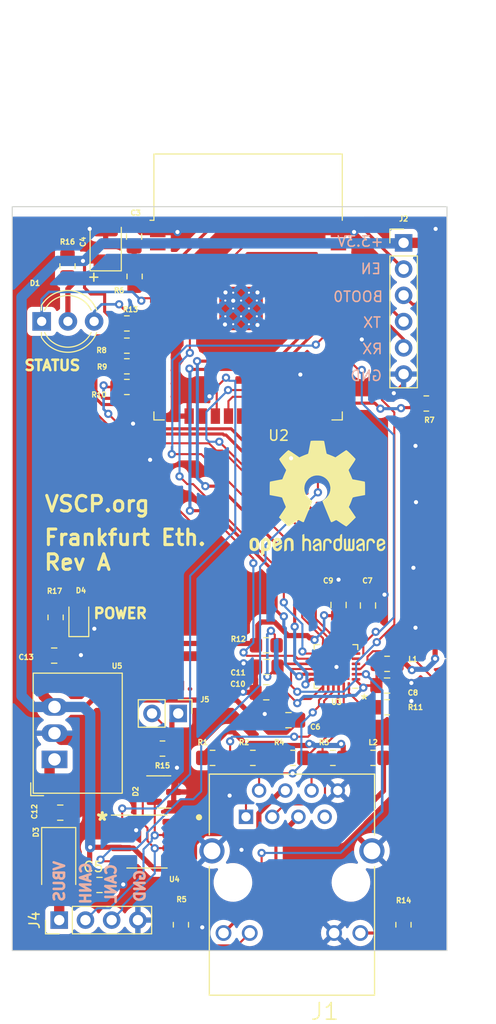
<source format=kicad_pcb>
(kicad_pcb (version 20221018) (generator pcbnew)
  (layers (0 "F.Cu" signal) (31 "B.Cu" signal) (34 "B.Paste" user) (35 "F.Paste" user) (36 "B.SilkS" user "B.Silkscreen") (37 "F.SilkS" user "F.Silkscreen") (38 "B.Mask" user) (39 "F.Mask" user) (44 "Edge.Cuts" user))
  (net 0 "")
  (net 1 "Net-(D3-K)")
  (net 2 "GND")
  (net 3 "+3V3")
  (net 4 "/PHY_RST")
  (net 5 "VBUS")
  (net 6 "/TX+")
  (net 7 "/TX-")
  (net 8 "/RX+")
  (net 9 "/RX-")
  (net 10 "Net-(J1-Pad10)")
  (net 11 "/PHY_L1")
  (net 12 "/PHY_L2")
  (net 13 "/EN")
  (net 14 "/BOOT0")
  (net 15 "/ETH_RXD0")
  (net 16 "Net-(U3-RXD0{slash}MODE0)")
  (net 17 "/ETH_RXD1")
  (net 18 "Net-(U3-RXD1{slash}MODE1)")
  (net 19 "/ETH_CRS_DV")
  (net 20 "Net-(U3-CRS_DV{slash}MODE2)")
  (net 21 "Net-(U3-RBIAS)")
  (net 22 "/PHY_INT")
  (net 25 "/LEDB")
  (net 37 "/PHY_RXER")
  (net 38 "/ETH_CLK")
  (net 40 "/ETH_MDIO")
  (net 41 "/ETH_TXD0")
  (net 43 "/ETH_TXEN")
  (net 44 "/RX")
  (net 45 "/TX")
  (net 46 "/ETH_TXD1")
  (net 47 "/ETH_MDC")
  (net 49 "Net-(J1-Pad12)")
  (net 50 "/CANL")
  (net 51 "/CANH")
  (net 52 "Net-(J5-Pin_1)")
  (net 53 "/txcan")
  (net 54 "/rxcan")
  (net 57 "Net-(U3-VDDCR)")
  (net 58 "Net-(U3-VDD1A)")
  (net 59 "/LEDA")
  (net 60 "Net-(D1-A)")
  (net 61 "Net-(D4-A)")
  (net 62 "Net-(J1-Pad4)")
  (footprint "Resistor_SMD:R_0805_2012Metric_Pad1.20x1.40mm_HandSolder" (layer "F.Cu") (at 131.885 119.5 -90)
    (fp_text reference "R14")
    (fp_text value "270" hide)
  )
  (footprint "LED_SMD:LED_0805_2012Metric_Pad1.15x1.40mm_HandSolder" (layer "F.Cu") (at 100.45 89.75 90)
    (fp_text reference "D4")
    (fp_text value "LED" hide)
  )
  (footprint "Resistor_SMD:R_0805_2012Metric_Pad1.20x1.40mm_HandSolder" (layer "F.Cu") (at 130.3 94.25 180)
    (fp_text reference "L1")
    (fp_text value "BLM18PG181SN1D" hide)
  )
  (footprint "Resistor_SMD:R_0805_2012Metric_Pad1.20x1.40mm_HandSolder" (layer "F.Cu") (at 130.3 98.45)
    (fp_text reference "R11")
    (fp_text value "12.1k" hide)
  )
  (footprint "Resistor_SMD:R_0805_2012Metric_Pad1.20x1.40mm_HandSolder" (layer "F.Cu") (at 105.1 65.45 180)
    (fp_text reference "R9")
    (fp_text value "10R" hide)
  )
  (footprint "Package_DFN_QFN:QFN-24-1EP_4x4mm_P0.5mm_EP2.6x2.6mm" (layer "F.Cu") (at 125.35 94.5 180)
    (fp_text reference "U3")
    (fp_text value "LAN8720A" hide)
  )
  (footprint "Capacitor_Tantalum_SMD:CP_EIA-3528-21_Kemet-B" (layer "F.Cu") (at 103.05 53.75 90)
    (fp_text reference "C4")
    (fp_text value "100u" hide)
  )
  (footprint "Capacitor_SMD:C_0805_2012Metric_Pad1.18x1.45mm_HandSolder" (layer "F.Cu") (at 98.0625 93.45)
    (fp_text reference "C13")
    (fp_text value "1uF" hide)
  )
  (footprint "Package_SO:SOIC-8_3.9x4.9mm_P1.27mm" (layer "F.Cu") (at 107.05 111.45)
    (fp_text reference "U4")
    (fp_text value "SN65HVD232" hide)
  )
  (footprint "RF_Module:ESP32-WROOM-32" (layer "F.Cu") (at 116.84 60.76)
    (fp_text reference "U2")
    (fp_text value "ESP32-WROOM-32")
  )
  (footprint "Capacitor_SMD:C_0805_2012Metric_Pad1.18x1.45mm_HandSolder" (layer "F.Cu") (at 130.3 96.35)
    (fp_text reference "C8")
    (fp_text value "100n" hide)
  )
  (footprint "Capacitor_SMD:C_0805_2012Metric_Pad1.18x1.45mm_HandSolder" (layer "F.Cu") (at 125.6 88.55 -90)
    (fp_text reference "C7")
    (fp_text value "100n" hide)
  )
  (footprint "Resistor_SMD:R_0805_2012Metric" (layer "F.Cu") (at 108.55 102.45 180)
    (fp_text reference "R15")
    (fp_text value "120R" hide)
  )
  (footprint "Resistor_SMD:R_0805_2012Metric_Pad1.20x1.40mm_HandSolder" (layer "F.Cu") (at 105.85 56.75 90)
    (fp_text reference "R6")
    (fp_text value "10k" hide)
  )
  (footprint "Package_TO_SOT_SMD:SOT-23" (layer "F.Cu") (at 108.7 106.65)
    (fp_text reference "D2")
    (fp_text value "NUP2105L" hide)
  )
  (footprint "Connector_PinHeader_2.54mm:PinHeader_1x04_P2.54mm_Vertical" (layer "F.Cu") (at 98.55 119.05 90)
    (fp_text reference "J4")
    (fp_text value "Conn_Left_I2C" hide)
  )
  (footprint "Resistor_SMD:R_0805_2012Metric_Pad1.20x1.40mm_HandSolder" (layer "F.Cu") (at 125.05 103.35)
    (fp_text reference "R3")
    (fp_text value "49R9" hide)
  )
  (footprint "Resistor_SMD:R_0805_2012Metric_Pad1.20x1.40mm_HandSolder" (layer "F.Cu") (at 110.335 119.5 -90)
    (fp_text reference "R5")
    (fp_text value "270" hide)
  )
  (footprint "Connector_PinHeader_2.54mm:PinHeader_1x06_P2.54mm_Vertical" (layer "F.Cu") (at 131.9 53.5)
    (fp_text reference "J2")
    (fp_text value "PROG")
  )
  (footprint "LED_THT:LED_D5.0mm-3" (layer "F.Cu") (at 96.85 61.1)
    (fp_text reference "D1")
    (fp_text value "LED_Dual_KAK" hide)
  )
  (footprint "Converter_DCDC:Converter_DCDC_RECOM_R-78B-2.0_THT" (layer "F.Cu") (at 98.0925 103.4975 90)
    (fp_text reference "U5")
    (fp_text value "R-78B3.3-1.0 (Recom)" hide)
  )
  (footprint "Resistor_SMD:R_0805_2012Metric_Pad1.20x1.40mm_HandSolder" (layer "F.Cu") (at 105.1 63.45 180)
    (fp_text reference "R8")
    (fp_text value "10R" hide)
  )
  (footprint "Diode_SMD:D_SMA" (layer "F.Cu") (at 98.5 113.6 -90)
    (fp_text reference "D3")
    (fp_text value "SS14" hide)
  )
  (footprint "Symbol:OSHW-Logo2_14.6x12mm_SilkScreen" (layer "F.Cu") (at 123.55 78.2)
    (fp_text reference "REF**" hide)
    (fp_text value "OSHW-Logo2_14.6x12mm_SilkScreen" hide)
  )
  (footprint "Capacitor_SMD:C_0805_2012Metric_Pad1.18x1.45mm_HandSolder" (layer "F.Cu") (at 105.8 52.9 90)
    (fp_text reference "C3")
    (fp_text value "10u" hide)
  )
  (footprint "Resistor_SMD:R_0805_2012Metric_Pad1.20x1.40mm_HandSolder" (layer "F.Cu") (at 99.35 55.75 90)
    (fp_text reference "R16")
    (fp_text value "10k" hide)
  )
  (footprint "Capacitor_SMD:C_0805_2012Metric_Pad1.18x1.45mm_HandSolder" (layer "F.Cu") (at 120.75 99.7)
    (fp_text reference "C6")
    (fp_text value "100n" hide)
  )
  (footprint "Resistor_SMD:R_0805_2012Metric_Pad1.20x1.40mm_HandSolder" (layer "F.Cu") (at 134.1 69.05)
    (fp_text reference "R7")
    (fp_text value "10k" hide)
  )
  (footprint "Resistor_SMD:R_0805_2012Metric_Pad1.20x1.40mm_HandSolder" (layer "F.Cu") (at 105.1 67.45 180)
    (fp_text reference "R10")
    (fp_text value "10R" hide)
  )
  (footprint "prjlocal:HANRUN_HR911105A" (layer "F.Cu") (at 121.085 115.4 180)
    (fp_text reference "J1")
    (fp_text value "HR911105A" hide)
  )
  (footprint "Resistor_SMD:R_0805_2012Metric_Pad1.20x1.40mm_HandSolder" (layer "F.Cu") (at 128.95 103.35)
    (fp_text reference "L2")
    (fp_text value "BLM18PG181SN1D" hide)
  )
  (footprint "Resistor_SMD:R_0805_2012Metric_Pad1.20x1.40mm_HandSolder" (layer "F.Cu") (at 113.4 103.35 180)
    (fp_text reference "R1")
    (fp_text value "49R9" hide)
  )
  (footprint "Resistor_SMD:R_0805_2012Metric_Pad1.20x1.40mm_HandSolder" (layer "F.Cu") (at 117.3 103.35 180)
    (fp_text reference "R2")
    (fp_text value "49R9" hide)
  )
  (footprint "Resistor_SMD:R_0805_2012Metric_Pad1.20x1.40mm_HandSolder" (layer "F.Cu") (at 98.2 89.75 -90)
    (fp_text reference "R17")
    (fp_text value "470R" hide)
  )
  (footprint "Capacitor_SMD:C_0805_2012Metric_Pad1.18x1.45mm_HandSolder" (layer "F.Cu") (at 98.65 108.65)
    (fp_text reference "C12")
    (fp_text value "10uF" hide)
  )
  (footprint "Capacitor_SMD:C_0805_2012Metric_Pad1.18x1.45mm_HandSolder" (layer "F.Cu") (at 118.6 97 180)
    (fp_text reference "C10")
    (fp_text value "100n" hide)
  )
  (footprint "Resistor_SMD:R_0805_2012Metric_Pad1.20x1.40mm_HandSolder" (layer "F.Cu") (at 121.2 103.35 180)
    (fp_text reference "R4")
    (fp_text value "49R9" hide)
  )
  (footprint "Capacitor_SMD:C_0805_2012Metric" (layer "F.Cu") (at 102.45 115.65)
    (fp_text reference "C5")
    (fp_text value "100nF" hide)
  )
  (footprint "Resistor_SMD:R_0805_2012Metric_Pad1.20x1.40mm_HandSolder" (layer "F.Cu") (at 105.1 61.3 180)
    (fp_text reference "R13")
    (fp_text value "10k" hide)
  )
  (footprint "Capacitor_SMD:C_0805_2012Metric_Pad1.18x1.45mm_HandSolder" (layer "F.Cu") (at 128.45 88.6 90)
    (fp_text reference "C9")
    (fp_text value "100n" hide)
  )
  (footprint "Resistor_SMD:R_0805_2012Metric_Pad1.20x1.40mm_HandSolder" (layer "F.Cu") (at 118.6 92.45)
    (fp_text reference "R12")
    (fp_text value "10k" hide)
  )
  (footprint "Capacitor_SMD:C_0805_2012Metric_Pad1.18x1.45mm_HandSolder" (layer "F.Cu") (at 118.65 94.55 180)
    (fp_text reference "C11")
    (fp_text value "100n" hide)
  )
  (footprint "Connector_PinHeader_2.54mm:PinHeader_1x02_P2.54mm_Vertical" (layer "F.Cu") (at 110.075 99.05 -90)
    (fp_text reference "J5")
    (fp_text value "Conn_01x02" hide)
  )
  (gr_rect (start 94 50) (end 136.1 122) (stroke (width 0.1)) (fill none) (layer "Edge.Cuts"))
  (gr_text "Term." (at 105.3 96.95) (layer "F.Cu") (effects (font (size 1.5 1.5) (thickness 0.3) bold) (justify left bottom)))
  (gr_text "GND" (at 106.95 114.05 90) (layer "B.SilkS") (effects (font (size 1 1) (thickness 0.25) bold) (justify left bottom mirror)))
  (gr_text "BOOT0" (at 130 59.3) (layer "B.SilkS") (effects (font (size 1 1)) (justify left bottom mirror)))
  (gr_text "EN" (at 129.8 56.6) (layer "B.SilkS") (effects (font (size 1 1)) (justify left bottom mirror)))
  (gr_text "+3.3V" (at 130.05 53.95) (layer "B.SilkS") (effects (font (size 1 1)) (justify left bottom mirror)))
  (gr_text "GND" (at 129.9 66.95) (layer "B.SilkS") (effects (font (size 1 1)) (justify left bottom mirror)))
  (gr_text "TX" (at 129.8 61.8) (layer "B.SilkS") (effects (font (size 1 1)) (justify left bottom mirror)))
  (gr_text "RX" (at 129.95 64.35) (layer "B.SilkS") (effects (font (size 1 1)) (justify left bottom mirror)))
  (gr_text "CANH" (at 101.7 113.35 90) (layer "B.SilkS") (effects (font (size 1 1) (thickness 0.25) bold) (justify left bottom mirror)))
  (gr_text "CANL" (at 104.15 113.5 90) (layer "B.SilkS") (effects (font (size 1 1) (thickness 0.25) bold) (justify left bottom mirror)))
  (gr_text "VBUS" (at 99.15 113.2 90) (layer "B.SilkS") (effects (font (size 1 1) (thickness 0.25) bold) (justify left bottom mirror)))
  (gr_text "*" (at 101.95 110.35) (layer "F.SilkS") (effects (font (size 1.5 1.5) (thickness 0.3) bold) (justify left bottom)))
  (gr_text "Frankfurt Eth." (at 96.95 82.9) (layer "F.SilkS") (effects (font (size 1.5 1.5) (thickness 0.3) bold) (justify left bottom)))
  (gr_text "VSCP.org\n" (at 97 79.65) (layer "F.SilkS") (effects (font (size 1.5 1.5) (thickness 0.3) bold) (justify left bottom)))
  (gr_text "STATUS" (at 95.05 65.95) (layer "F.SilkS") (effects (font (size 1 1) (thickness 0.25) bold) (justify left bottom)))
  (gr_text "POWER" (at 101.75 89.95) (layer "F.SilkS") (effects (font (size 1 1) (thickness 0.25) bold) (justify left bottom)))
  (gr_text "*" (at 128.1 97.75) (layer "F.SilkS") (effects (font (size 1 1))))
  (gr_text "+" (at 101.9 56.75) (layer "F.SilkS") (effects (font (size 1 1))))
  (gr_text "Rev A" (at 96.95 85.3) (layer "F.SilkS") (effects (font (size 1.5 1.5) (thickness 0.3) bold) (justify left bottom)))
  (segment (start 98.5 111.6) (end 97.6125 110.7125) (width 1) (layer "F.Cu") (net 1))
  (segment (start 97.6125 110.7125) (end 97.6125 108.65) (width 1) (layer "F.Cu") (net 1))
  (segment (start 97.6125 103.9775) (end 98.0925 103.4975) (width 1) (layer "F.Cu") (net 1))
  (segment (start 97.6125 108.65) (end 97.6125 103.9775) (width 1) (layer "F.Cu") (net 1))
  (segment (start 103.3 52.2125) (end 101.5625 52.2125) (width 0.5) (layer "F.Cu") (net 2))
  (segment (start 101.5625 52.2125) (end 101.5 52.15) (width 0.5) (layer "F.Cu") (net 2))
  (segment (start 111.125 70.015) (end 111.125 68.515) (width 0.5) (layer "F.Cu") (net 2))
  (segment (start 116.4 97) (end 116.35 96.95) (width 0.25) (layer "F.Cu") (net 2))
  (segment (start 100.4 101.6) (end 98.735 101.6) (width 1) (layer "F.Cu") (net 2))
  (segment (start 109.95 104.3) (end 109.95 106.3375) (width 0.25) (layer "F.Cu") (net 2))
  (segment (start 118.45 99.1) (end 119.1125 99.1) (width 0.5) (layer "F.Cu") (net 2))
  (segment (start 131.9 66.2) (end 131.9 67.1) (width 0.25) (layer "F.Cu") (net 2))
  (segment (start 131.3375 96.35) (end 132.4 96.35) (width 0.25) (layer "F.Cu") (net 2))
  (segment (start 119.1125 99.1) (end 119.7125 99.7) (width 0.5) (layer "F.Cu") (net 2))
  (segment (start 106.4475 52.51) (end 105.8 51.8625) (width 0.5) (layer "F.Cu") (net 2))
  (segment (start 106 110.35) (end 105.04 110.35) (width 0.25) (layer "F.Cu") (net 2))
  (segment (start 116.45 94.25) (end 116.4 94.2) (width 0.25) (layer "F.Cu") (net 2))
  (segment (start 130.05 87.55) (end 128.4625 87.55) (width 0.25) (layer "F.Cu") (net 2))
  (segment (start 109.95 106.3375) (end 109.6375 106.65) (width 0.25) (layer "F.Cu") (net 2))
  (segment (start 99.1 93.45) (end 100.6 93.45) (width 0.2) (layer "F.Cu") (net 2))
  (segment (start 104.7 115.65) (end 104.75 115.6) (width 0.5) (layer "F.Cu") (net 2))
  (segment (start 131.3 98.45) (end 132.05 98.45) (width 0.25) (layer "F.Cu") (net 2))
  (segment (start 103.4 115.65) (end 104.7 115.65) (width 0.5) (layer "F.Cu") (net 2))
  (segment (start 99.6875 108.65) (end 100.4 108.65) (width 1) (layer "F.Cu") (net 2))
  (segment (start 125.34 52.505) (end 127.045 52.505) (width 0.2) (layer "F.Cu") (net 2))
  (segment (start 111.125 68.515) (end 111.29 68.35) (width 0.5) (layer "F.Cu") (net 2))
  (segment (start 100.4 108.65) (end 100.4 101.6) (width 1) (layer "F.Cu") (net 2))
  (segment (start 105.04 110.35) (end 104.575 110.815) (width 0.25) (layer "F.Cu") (net 2))
  (segment (start 131.9 67.1) (end 130.95 68.05) (width 0.25) (layer "F.Cu") (net 2))
  (segment (start 117.825 97) (end 116.4 97) (width 0.25) (layer "F.Cu") (net 2))
  (segment (start 101.875 90.775) (end 101.95 90.85) (width 0.25) (layer "F.Cu") (net 2))
  (segment (start 125.6 87.5125) (end 125.6 86.1) (width 0.25) (layer "F.Cu") (net 2))
  (segment (start 117.85 94.25) (end 116.45 94.25) (width 0.25) (layer "F.Cu") (net 2))
  (segment (start 108.34 52.505) (end 109.945 52.505) (width 0.5) (layer "F.Cu") (net 2))
  (segment (start 98.735 101.6) (end 98.0925 100.9575) (width 1) (layer "F.Cu") (net 2))
  (segment (start 109.945 52.505) (end 110 52.45) (width 0.5) (layer "F.Cu") (net 2))
  (segment (start 127.045 52.505) (end 127.1 52.45) (width 0.2) (layer "F.Cu") (net 2))
  (segment (start 100.45 90.775) (end 101.875 90.775) (width 0.25) (layer "F.Cu") (net 2))
  (segment (start 100.6 93.45) (end 100.65 93.4) (width 0.2) (layer "F.Cu") (net 2))
  (segment (start 108.09 52.51) (end 106.4475 52.51) (width 0.5) (layer "F.Cu") (net 2))
  (segment (start 132.4 96.35) (end 132.65 96.1) (width 0.25) (layer "F.Cu") (net 2))
  (segment (start 128.4625 87.55) (end 128.45 87.5625) (width 0.25) (layer "F.Cu") (net 2))
  (segment (start 132.05 98.45) (end 132.65 97.85) (width 0.25) (layer "F.Cu") (net 2))
  (segment (start 111.29 68.35) (end 113.1 68.35) (width 0.5) (layer "F.Cu") (net 2))
  (via (at 127.1 52.45) (size 0.8) (drill 0.4) (layers "F.Cu" "B.Cu") (net 2))
  (via (at 116.4 94.2) (size 0.8) (drill 0.4) (layers "F.Cu" "B.Cu") (net 2))
  (via (at 117.75 61.45) (size 0.8) (drill 0.4) (layers "F.Cu" "B.Cu") (net 2))
  (via (at 133.1 78.6) (size 0.8) (drill 0.4) (layers "F.Cu" "B.Cu") (net 2))
  (via (at 125.6 86.1) (size 0.8) (drill 0.4) (layers "F.Cu" "B.Cu") (net 2))
  (via (at 110 52.45) (size 0.8) (drill 0.4) (layers "F.Cu" "B.Cu") (net 2))
  (via (at 115.05 107) (size 0.8) (drill 0.4) (layers "F.Cu" "B.Cu") (net 2))
  (via (at 132.65 96.1) (size 0.8) (drill 0.4) (layers "F.Cu" "B.Cu") (net 2))
  (via (at 121 74.35) (size 0.8) (drill 0.4) (layers "F.Cu" "B.Cu") (net 2))
  (via (at 135 52.15) (size 0.8) (drill 0.4) (layers "F.Cu" "B.Cu") (net 2))
  (via (at 127.85 62.85) (size 0.8) (drill 0.4) (layers "F.Cu" "B.Cu") (net 2))
  (via (at 114.6 61.4) (size 0.8) (drill 0.4) (layers "F.Cu" "B.Cu") (net 2))
  (via (at 107.35 74.5) (size 0.8) (drill 0.4) (layers "F.Cu" "B.Cu") (net 2))
  (via (at 106 110.35) (size 0.8) (drill 0.4) (layers "F.Cu" "B.Cu") (net 2))
  (via (at 121.9 66.25) (size 0.8) (drill 0.4) (layers "F.Cu" "B.Cu") (net 2))
  (via (at 115.4 59.1) (size 0.8) (drill 0.4) (layers "F.Cu" "B.Cu") (net 2))
  (via (at 132.65 97.85) (size 0.8) (drill 0.4) (layers "F.Cu" "B.Cu") (net 2))
  (via (at 116.2 112.25) (size 0.8) (drill 0.4) (layers "F.Cu" "B.Cu") (net 2))
  (via (at 104.75 115.6) (size 0.8) (drill 0.4) (layers "F.Cu" "B.Cu") (net 2))
  (via (at 116.35 96.95) (size 0.8) (drill 0.4) (layers "F.Cu" "B.Cu") (net 2))
  (via (at 118.45 99.1) (size 0.8) (drill 0.4) (layers "F.Cu" "B.Cu") (net 2))
  (via (at 133.05 73.15) (size 0.8) (drill 0.4) (layers "F.Cu" "B.Cu") (net 2))
  (via (at 112.4 119.75) (size 0.8) (drill 0.4) (layers "F.Cu" "B.Cu") (net 2))
  (via (at 125.4 94.55) (size 0.8) (drill 0.4) (layers "F.Cu" "B.Cu") (net 2))
  (via (at 101.5 52.15) (size 0.8) (drill 0.4) (layers "F.Cu" "B.Cu") (net 2))
  (via (at 109.95 104.3) (size 0.8) (drill 0.4) (layers "F.Cu" "B.Cu") (net 2))
  (via (at 133.05 90.75) (size 0.8) (drill 0.4) (layers "F.Cu" "B.Cu") (net 2))
  (via (at 100.65 93.4) (size 0.8) (drill 0.4) (layers "F.Cu" "B.Cu") (net 2))
  (via (at 101.95 90.85) (size 0.8) (drill 0.4) (layers "F.Cu" "B.Cu") (net 2))
  (via (at 113.1 68.35) (size 0.8) (drill 0.4) (layers "F.Cu" "B.Cu") (net 2))
  (via (at 117.75 58.3) (size 0.8) (drill 0.4) (layers "F.Cu" "B.Cu") (net 2))
  (via (at 114.65 58.3) (size 0.8) (drill 0.4) (layers "F.Cu" "B.Cu") (net 2))
  (via (at 130.95 68.05) (size 0.8) (drill 0.4) (layers "F.Cu" "B.Cu") (net 2))
  (via (at 105.7 71) (size 0.8) (drill 0.4) (layers "F.Cu" "B.Cu") (net 2))
  (via (at 132.85 84.95) (size 0.8) (drill 0.4) (layers "F.Cu" "B.Cu") (net 2))
  (via (at 130.05 87.55) (size 0.8) (drill 0.4) (layers "F.Cu" "B.Cu") (net 2))
  (segment (start 100.65 93.4) (end 100.6 93.4) (width 0.2) (layer "B.Cu") (net 2))
  (segment (start 100.975 55.225) (end 101 55.25) (width 0.25) (layer "F.Cu") (net 3))
  (segment (start 117.885 110.9) (end 117.662989 110.677989) (width 0.5) (layer "F.Cu") (net 3))
  (segment (start 111.65 113.053528) (end 111.65 111.674727) (width 0.5) (layer "F.Cu") (net 3))
  (segment (start 101 57.85) (end 101.6 58.45) (width 0.3) (layer "F.Cu") (net 3))
  (segment (start 101.6 58.45) (end 102.95 58.45) (width 0.3) (layer "F.Cu") (net 3))
  (segment (start 131.3 94.25) (end 132.1 94.25) (width 0.5) (layer "F.Cu") (net 3))
  (segment (start 117.662989 110.677989) (end 114.662989 110.677989) (width 0.5) (layer "F.Cu") (net 3))
  (segment (start 134.925 69.05) (end 134.925 92.2) (width 1) (layer "F.Cu") (net 3))
  (segment (start 119.635 110.9) (end 119.535 110.9) (width 0.5) (layer "F.Cu") (net 3))
  (segment (start 132.1 94.25) (end 132.7 94.85) (width 0.5) (layer "F.Cu") (net 3))
  (segment (start 103.05 55.2875) (end 105.3875 55.2875) (width 0.5) (layer "F.Cu") (net 3))
  (segment (start 101.55 112) (end 104.49 112) (width 0.5) (layer "F.Cu") (net 3))
  (segment (start 101.0825 98.4175) (end 101.75 97.75) (width 0.5) (layer "F.Cu") (net 3))
  (segment (start 101.75 97.75) (end 115.697918 97.75) (width 0.5) (layer "F.Cu") (net 3))
  (segment (start 119.402082 90.2) (end 118.1 90.2) (width 0.5) (layer "F.Cu") (net 3))
  (segment (start 102.95 58.45) (end 102.95 60.15) (width 0.3) (layer "F.Cu") (net 3))
  (segment (start 125.6 92.5625) (end 125.6 89.5875) (width 0.3) (layer "F.Cu") (net 3))
  (segment (start 98.2 90.75) (end 98.2 92.275) (width 0.5) (layer "F.Cu") (net 3))
  (segment (start 107.755 114.105) (end 110.598528 114.105) (width 0.5) (layer "F.Cu") (net 3))
  (segment (start 134.925 69.05) (end 134.925 54.725) (width 1) (layer "F.Cu") (net 3))
  (segment (start 134.95 92.225) (end 134.925 92.2) (width 0.5) (layer "F.Cu") (net 3))
  (segment (start 125.635 110.9) (end 127.385 109.15) (width 0.5) (layer "F.Cu") (net 3))
  (segment (start 122.577711 91.513328) (end 122.801572 91.73719) (width 0.5) (layer "F.Cu") (net 3))
  (segment (start 105.9575 53.78) (end 105.8 53.9375) (width 0.5) (layer "F.Cu") (net 3))
  (segment (start 133.7 53.5) (end 131.9 53.5) (width 1) (layer "F.Cu") (net 3))
  (segment (start 104.575 112.085) (end 105.735 112.085) (width 0.5) (layer "F.Cu") (net 3))
  (segment (start 105.8 53.9375) (end 105.8 55.7) (width 0.5) (layer "F.Cu") (net 3))
  (segment (start 115.697918 97.75) (end 118.822918 100.875) (width 0.5) (layer "F.Cu") (net 3))
  (segment (start 125.6 89.5875) (end 124.2375 89.5875) (width 0.3) (layer "F.Cu") (net 3))
  (segment (start 134.925 54.725) (end 133.7 53.5) (width 1) (layer "F.Cu") (net 3))
  (segment (start 101 55.25) (end 99.6 55.25) (width 0.5) (layer "F.Cu") (net 3))
  (segment (start 98.2 92.275) (end 97.025 93.45) (width 0.5) (layer "F.Cu") (net 3))
  (segment (start 117.885 110.9) (end 117.885 108.715068) (width 0.5) (layer "F.Cu") (net 3))
  (segment (start 108.09 53.78) (end 105.9575 53.78) (width 0.5) (layer "F.Cu") (net 3))
  (segment (start 101.5 115.65) (end 101.5 112.05) (width 0.5) (layer "F.Cu") (net 3))
  (segment (start 123.076176 91.73719) (end 123.27347 91.934484) (width 0.5) (layer "F.Cu") (net 3))
  (segment (start 120.090068 106.51) (end 120.445 106.51) (width 0.5) (layer "F.Cu") (net 3))
  (segment (start 122.577711 91.513328) (end 120.71541 91.513328) (width 0.5) (layer "F.Cu") (net 3))
  (segment (start 122.801572 91.73719) (end 123.076176 91.73719) (width 0.5) (layer "F.Cu") (net 3))
  (segment (start 127.385 109.115) (end 129.95 106.55) (width 0.5) (layer "F.Cu") (net 3))
  (segment (start 120.71541 91.513328) (end 119.402082 90.2) (width 0.5) (layer "F.Cu") (net 3))
  (segment (start 117.885 108.715068) (end 120.090068 106.51) (width 0.5) (layer "F.Cu") (net 3))
  (segment (start 119.535 115.225) (end 119.535 110.9) (width 0.3) (layer "F.Cu") (net 3))
  (segment (start 111.65 111.674727) (end 112.646738 110.677989) (width 0.5) (layer "F.Cu") (net 3))
  (segment (start 101.5 112.05) (end 101.55 112) (width 0.2) (layer "F.Cu") (net 3))
  (segment (start 119.635 110.9) (end 125.635 110.9) (width 0.5) (layer "F.Cu") (net 3))
  (segment (start 119.535 110.9) (end 117.885 110.9) (width 0.5) (layer "F.Cu") (net 3))
  (segment (start 97.025 93.45) (end 97.025 97.35) (width 1) (layer "F.Cu") (net 3))
  (segment (start 105.8 55.7) (end 105.85 55.75) (width 0.5) (layer "F.Cu") (net 3))
  (segment (start 105.3875 55.2875) (end 105.85 55.75) (width 0.5) (layer "F.Cu") (net 3))
  (segment (start 113.75 110.677989) (end 114.9 110.677989) (width 0.5) (layer "F.Cu") (net 3))
  (segment (start 129.95 106.55) (end 129.95 103.35) (width 0.5) (layer "F.Cu") (net 3))
  (segment (start 134.95 93.75) (end 134.95 92.225) (width 0.5) (layer "F.Cu") (net 3))
  (segment (start 117.6 92.275) (end 98.2 92.275) (width 0.5) (layer "F.Cu") (net 3))
  (segment (start 97.025 97.35) (end 98.0925 98.4175) (width 1) (layer "F.Cu") (net 3))
  (segment (start 112.646738 110.677989) (end 113.75 110.677989) (width 0.5) (layer "F.Cu") (net 3))
  (segment (start 102.95 60.15) (end 104.1 61.3) (width 0.3) (layer "F.Cu") (net 3))
  (segment (start 114.46 120.3) (end 119.535 115.225) (width 0.3) (layer "F.Cu") (net 3))
  (segment (start 105.735 112.085) (end 107.755 114.105) (width 0.5) (layer "F.Cu") (net 3))
  (segment (start 110.598528 114.105) (end 111.65 113.053528) (width 0.5) (layer "F.Cu") (net 3))
  (segment (start 117.775 92.45) (end 117.6 92.275) (width 0.5) (layer "F.Cu") (net 3))
  (segment (start 118.1 90.2) (end 117.775 90.525) (width 0.5) (layer "F.Cu") (net 3))
  (segment (start 101 55.25) (end 103.2625 55.25) (width 0.5) (layer "F.Cu") (net 3))
  (segment (start 101 55.25) (end 101 57.85) (width 0.3) (layer "F.Cu") (net 3))
  (segment (start 118.822918 100.875) (end 120.522918 100.875) (width 0.5) (layer "F.Cu") (net 3))
  (segment (start 119.865 110.9) (end 119.635 110.9) (width 0.5) (layer "F.Cu") (net 3))
  (segment (start 99.6 55.25) (end 99.4 55.05) (width 0.25) (layer "F.Cu") (net 3))
  (segment (start 127.385 109.15) (end 127.385 109.115) (width 0.5) (layer "F.Cu") (net 3))
  (segment (start 98.0925 98.4175) (end 101.0825 98.4175) (width 0.5) (layer "F.Cu") (net 3))
  (segment (start 121.697918 99.7) (end 120.522918 100.875) (width 0.5) (layer "F.Cu") (net 3))
  (segment (start 117.775 90.525) (end 117.775 92.45) (width 0.5) (layer "F.Cu") (net 3))
  (segment (start 121.715 109.05) (end 119.865 110.9) (width 0.5) (layer "F.Cu") (net 3))
  (via (at 124.2 89.55) (size 0.8) (drill 0.4) (layers "F.Cu" "B.Cu") (net 3))
  (via (at 123.27347 91.934484) (size 0.8) (drill 0.4) (layers "F.Cu" "B.Cu") (net 3))
  (via (at 101.55 112) (size 0.8) (drill 0.4) (layers "F.Cu" "B.Cu") (net 3))
  (via (at 100.85 55.25) (size 0.8) (drill 0.4) (layers "F.Cu" "B.Cu") (net 3))
  (via (at 132.7 94.85) (size 0.8) (drill 0.4) (layers "F.Cu" "B.Cu") (net 3))
  (via (at 134.95 93.75) (size 0.8) (drill 0.4) (layers "F.Cu" "B.Cu") (net 3))
  (segment (start 94.9 97.35) (end 95.9675 98.4175) (width 1) (layer "B.Cu") (net 3))
  (segment (start 134.126551 94.773449) (end 132.776551 94.773449) (width 0.5) (layer "B.Cu") (net 3))
  (segment (start 134.95 93.95) (end 134.95 93.75) (width 0.5) (layer "B.Cu") (net 3))
  (segment (start 132.776551 94.773449) (end 132.7 94.85) (width 0.5) (layer "B.Cu") (net 3))
  (segment (start 124.2 91.007954) (end 123.27347 91.934484) (width 0.25) (layer "B.Cu") (net 3))
  (segment (start 98.0925 98.4175) (end 100.8675 98.4175) (width 1) (layer "B.Cu") (net 3))
  (segment (start 101.55 99.1) (end 101.55 112) (width 1) (layer "B.Cu") (net 3))
  (segment (start 131.85 53.55) (end 102.7 53.55) (width 1) (layer "B.Cu") (net 3))
  (segment (start 124.2 91.007954) (end 124.2 89.55) (width 0.25) (layer "B.Cu") (net 3))
  (segment (start 98.4 55.25) (end 94.9 58.75) (width 1) (layer "B.Cu") (net 3))
  (segment (start 94.9 58.75) (end 94.9 97.35) (width 1) (layer "B.Cu") (net 3))
  (segment (start 134.126551 94.773449) (end 134.95 93.95) (width 0.5) (layer "B.Cu") (net 3))
  (segment (start 101 55.25) (end 98.4 55.25) (width 1) (layer "B.Cu") (net 3))
  (segment (start 100.8675 98.4175) (end 101.55 99.1) (width 1) (layer "B.Cu") (net 3))
  (segment (start 102.7 53.55) (end 101 55.25) (width 1) (layer "B.Cu") (net 3))
  (segment (start 131.9 53.5) (end 131.85 53.55) (width 1) (layer "B.Cu") (net 3))
  (segment (start 95.9675 98.4175) (end 98.0925 98.4175) (width 1) (layer "B.Cu") (net 3))
  (segment (start 119.9875 94.25) (end 119.6875 94.55) (width 0.25) (layer "F.Cu") (net 4))
  (segment (start 118.7375 95.5) (end 119.6875 94.55) (width 0.25) (layer "F.Cu") (net 4))
  (segment (start 119.425 92.45) (end 119.425 91.425) (width 0.2) (layer "F.Cu") (net 4))
  (segment (start 118.7 95.5) (end 118.7375 95.5) (width 0.25) (layer "F.Cu") (net 4))
  (segment (start 119.425 91.425) (end 119.05 91.05) (width 0.2) (layer "F.Cu") (net 4))
  (segment (start 123.4125 94.25) (end 119.9875 94.25) (width 0.25) (layer "F.Cu") (net 4))
  (via (at 118.7 95.5) (size 0.8) (drill 0.4) (layers "F.Cu" "B.Cu") (net 4))
  (via (at 119.05 91.05) (size 0.8) (drill 0.4) (layers "F.Cu" "B.Cu") (net 4))
  (segment (start 119.05 91.05) (end 118.7 91.4) (width 0.25) (layer "B.Cu") (net 4))
  (segment (start 118.7 91.4) (end 118.7 95.5) (width 0.25) (layer "B.Cu") (net 4))
  (segment (start 98.55 115.65) (end 98.55 119.05) (width 1) (layer "F.Cu") (net 5))
  (segment (start 98.5 115.6) (end 98.55 115.65) (width 0.25) (layer "F.Cu") (net 5))
  (segment (start 116.635 106.828199) (end 114.4 104.5932) (width 0.2) (layer "F.Cu") (net 6))
  (segment (start 114.4 104.5932) (end 114.4 103.35) (width 0.2) (layer "F.Cu") (net 6))
  (segment (start 116.635 109.05) (end 116.635 106.828199) (width 0.2) (layer "F.Cu") (net 6))
  (segment (start 124.2 99.75) (end 122.65 101.3) (width 0.2) (layer "F.Cu") (net 6))
  (segment (start 115.1 101.75) (end 115.1 102.65) (width 0.2) (layer "F.Cu") (net 6))
  (segment (start 122.65 101.3) (end 121 101.3) (width 0.2) (layer "F.Cu") (net 6))
  (segment (start 115.1 102.65) (end 114.4 103.35) (width 0.2) (layer "F.Cu") (net 6))
  (segment (start 125.1 96.9318) (end 125.1 96.4375) (width 0.2) (layer "F.Cu") (net 6))
  (segment (start 124.2 97.8318) (end 124.2 99.75) (width 0.2) (layer "F.Cu") (net 6))
  (segment (start 124.2 97.8318) (end 125.1 96.9318) (width 0.2) (layer "F.Cu") (net 6))
  (via (at 115.1 101.75) (size 0.8) (drill 0.4) (layers "F.Cu" "B.Cu") (net 6))
  (via (at 121.3 101.3) (size 0.8) (drill 0.4) (layers "F.Cu" "B.Cu") (net 6))
  (segment (start 115.3 101.3) (end 121 101.3) (width 0.2) (layer "B.Cu") (net 6))
  (segment (start 115.3 101.3) (end 115.05 101.55) (width 0.2) (layer "B.Cu") (net 6))
  (segment (start 124.6 96.862011) (end 123.706005 97.756005) (width 0.2) (layer "F.Cu") (net 7))
  (segment (start 119.8 104.85) (end 121.15 104.85) (width 0.2) (layer "F.Cu") (net 7))
  (segment (start 118.3 103.35) (end 119.8 104.85) (width 0.2) (layer "F.Cu") (net 7))
  (segment (start 117.905 106.51) (end 117.905 103.745) (width 0.2) (layer "F.Cu") (net 7))
  (segment (start 123.706005 98.343995) (end 123.1 98.95) (width 0.2) (layer "F.Cu") (net 7))
  (segment (start 123.706005 97.756005) (end 123.706005 98.343995) (width 0.2) (layer "F.Cu") (net 7))
  (segment (start 124.6 96.4375) (end 124.6 96.862011) (width 0.2) (layer "F.Cu") (net 7))
  (segment (start 117.905 103.745) (end 118.3 103.35) (width 0.2) (layer "F.Cu") (net 7))
  (via (at 123.1 98.95) (size 0.8) (drill 0.4) (layers "F.Cu" "B.Cu") (net 7))
  (via (at 121.15 104.85) (size 0.8) (drill 0.4) (layers "F.Cu" "B.Cu") (net 7))
  (segment (start 121.15 104.85) (end 122 104) (width 0.2) (layer "B.Cu") (net 7))
  (segment (start 122 104) (end 122 100.05) (width 0.2) (layer "B.Cu") (net 7))
  (segment (start 122 100.05) (end 123.1 98.95) (width 0.2) (layer "B.Cu") (net 7))
  (segment (start 124.285 103.585) (end 124.05 103.35) (width 0.2) (layer "F.Cu") (net 8))
  (segment (start 123.685 107.85) (end 124.285 107.25) (width 0.2) (layer "F.Cu") (net 8))
  (segment (start 124.285 107.25) (end 124.285 103.585) (width 0.2) (layer "F.Cu") (net 8))
  (segment (start 124.05 102.35) (end 124.05 103.35) (width 0.2) (layer "F.Cu") (net 8))
  (segment (start 119.175 109.05) (end 120.375 107.85) (width 0.2) (layer "F.Cu") (net 8))
  (segment (start 120.375 107.85) (end 123.685 107.85) (width 0.2) (layer "F.Cu") (net 8))
  (segment (start 126.1 100.3) (end 124.05 102.35) (width 0.2) (layer "F.Cu") (net 8))
  (segment (start 126.1 96.4375) (end 126.1 100.3) (width 0.2) (layer "F.Cu") (net 8))
  (segment (start 124.325 103.4) (end 124.275 103.35) (width 0.5) (layer "F.Cu") (net 8))
  (segment (start 125.624999 97.35) (end 125.624999 97.493199) (width 0.2) (layer "F.Cu") (net 9))
  (segment (start 125.5125 100.23243) (end 125.5125 97.462499) (width 0.2) (layer "F.Cu") (net 9))
  (segment (start 122.2 103.35) (end 122.39493 103.35) (width 0.2) (layer "F.Cu") (net 9))
  (segment (start 125.6 96.4375) (end 125.624999 96.462499) (width 0.2) (layer "F.Cu") (net 9))
  (segment (start 125.624999 96.462499) (end 125.624999 97.35) (width 0.2) (layer "F.Cu") (net 9))
  (segment (start 122.985 104.135) (end 122.2 103.35) (width 0.2) (layer "F.Cu") (net 9))
  (segment (start 122.985 106.51) (end 122.985 104.135) (width 0.2) (layer "F.Cu") (net 9))
  (segment (start 125.5125 97.462499) (end 125.624999 97.35) (width 0.2) (layer "F.Cu") (net 9))
  (segment (start 122.39493 103.35) (end 125.5125 100.23243) (width 0.2) (layer "F.Cu") (net 9))
  (segment (start 110.335 120.325) (end 111.51 121.5) (width 0.2) (layer "F.Cu") (net 10))
  (segment (start 111.51 121.5) (end 115.8 121.5) (width 0.2) (layer "F.Cu") (net 10))
  (segment (start 115.8 121.5) (end 117 120.3) (width 0.2) (layer "F.Cu") (net 10))
  (segment (start 127.2875 94.75) (end 127.711973 94.75) (width 0.2) (layer "F.Cu") (net 11))
  (segment (start 127.711973 94.75) (end 128.39952 94.062453) (width 0.2) (layer "F.Cu") (net 11))
  (segment (start 135.085 117.665) (end 134.25 118.5) (width 0.2) (layer "F.Cu") (net 11))
  (segment (start 132.141166 93.02548) (end 135.085 95.969314) (width 0.2) (layer "F.Cu") (net 11))
  (segment (start 128.92452 93.02548) (end 132.141166 93.02548) (width 0.2) (layer "F.Cu") (net 11))
  (segment (start 128.39952 94.062453) (end 128.39952 93.55048) (width 0.2) (layer "F.Cu") (net 11))
  (segment (start 131.885 118.5) (end 134.25 118.5) (width 0.2) (layer "F.Cu") (net 11))
  (segment (start 128.39952 93.55048) (end 128.92452 93.02548) (width 0.2) (layer "F.Cu") (net 11))
  (segment (start 135.085 95.969314) (end 135.085 117.665) (width 0.2) (layer "F.Cu") (net 11))
  (segment (start 115.100204 118.675) (end 118.15 115.625204) (width 0.2) (layer "F.Cu") (net 12))
  (segment (start 110.335 118.675) (end 115.100204 118.675) (width 0.2) (layer "F.Cu") (net 12))
  (segment (start 118.15 115.625204) (end 118.15 112.55) (width 0.2) (layer "F.Cu") (net 12))
  (segment (start 127.2875 95.25) (end 128.25 95.25) (width 0.25) (layer "F.Cu") (net 12))
  (via (at 128.25 95.25) (size 0.8) (drill 0.4) (layers "F.Cu" "B.Cu") (net 12))
  (via (at 118.15 112.55) (size 0.8) (drill 0.4) (layers "F.Cu" "B.Cu") (net 12))
  (segment (start 118.15 112.55) (end 125.8 112.55) (width 0.2) (layer "B.Cu") (net 12))
  (segment (start 129.825 96.825) (end 129.825 108.525) (width 0.25) (layer "B.Cu") (net 12))
  (segment (start 128.25 95.25) (end 129.825 96.825) (width 0.25) (layer "B.Cu") (net 12))
  (segment (start 125.8 112.55) (end 126.3 112.05) (width 0.2) (layer "B.Cu") (net 12))
  (segment (start 129.825 108.525) (end 126.3 112.05) (width 0.25) (layer "B.Cu") (net 12))
  (segment (start 107.63 55.045) (end 108.34 55.045) (width 0.3) (layer "F.Cu") (net 13))
  (segment (start 106.85 56.75) (end 105.85 57.75) (width 0.2) (layer "F.Cu") (net 13))
  (segment (start 113.5 51.75) (end 123.990489 51.75) (width 0.3) (layer "F.Cu") (net 13))
  (segment (start 108.34 55.045) (end 110.205 55.045) (width 0.3) (layer "F.Cu") (net 13))
  (segment (start 106.85 55.76) (end 106.85 56.75) (width 0.2) (layer "F.Cu") (net 13))
  (segment (start 123.990489 51.75) (end 124.090489 51.65) (width 0.3) (layer "F.Cu") (net 13))
  (segment (start 108.09 55.05) (end 107.56 55.05) (width 0.2) (layer "F.Cu") (net 13))
  (segment (start 107.56 55.05) (end 106.85 55.76) (width 0.2) (layer "F.Cu") (net 13))
  (segment (start 127.51 51.65) (end 131.9 56.04) (width 0.3) (layer "F.Cu") (net 13))
  (segment (start 124.090489 51.65) (end 127.51 51.65) (width 0.3) (layer "F.Cu") (net 13))
  (segment (start 110.205 55.045) (end 113.5 51.75) (width 0.3) (layer "F.Cu") (net 13))
  (segment (start 133.9 66) (end 133.9 60.05) (width 0.3) (layer "F.Cu") (net 14))
  (segment (start 132.77 59.45) (end 131.9 58.58) (width 0.3) (layer "F.Cu") (net 14))
  (segment (start 133.9 68.425) (end 133.275 69.05) (width 0.3) (layer "F.Cu") (net 14))
  (segment (start 129.115 69.015) (end 129.65 69.55) (width 0.3) (layer "F.Cu") (net 14))
  (segment (start 133.9 68.45) (end 133.9 65.0575) (width 0.3) (layer "F.Cu") (net 14))
  (segment (start 132.875 69.45) (end 133.275 69.05) (width 0.3) (layer "F.Cu") (net 14))
  (segment (start 133.9 65.4) (end 133.9 68.425) (width 0.3) (layer "F.Cu") (net 14))
  (segment (start 133.3 59.45) (end 132.77 59.45) (width 0.3) (layer "F.Cu") (net 14))
  (segment (start 125.34 69.015) (end 129.065 69.015) (width 0.3) (layer "F.Cu") (net 14))
  (segment (start 133.9 60.05) (end 133.3 59.45) (width 0.3) (layer "F.Cu") (net 14))
  (segment (start 129.065 69.015) (end 129.115 69.015) (width 0.3) (layer "F.Cu") (net 14))
  (segment (start 132 69.45) (end 132.875 69.45) (width 0.3) (layer "F.Cu") (net 14))
  (via (at 129.65 69.55) (size 0.8) (drill 0.4) (layers "F.Cu" "B.Cu") (net 14))
  (via (at 131.65 69.5) (size 0.8) (drill 0.4) (layers "F.Cu" "B.Cu") (net 14))
  (segment (start 129.65 69.55) (end 131.9 69.55) (width 0.3) (layer "B.Cu") (net 14))
  (segment (start 106.55 63.935) (end 106.225 63.61) (width 0.3) (layer "F.Cu") (net 15))
  (segment (start 108.09 63.94) (end 106.59 63.94) (width 0.25) (layer "F.Cu") (net 15))
  (segment (start 106.59 63.94) (end 106.1 63.45) (width 0.25) (layer "F.Cu") (net 15))
  (segment (start 123.825 81.225) (end 114.7 72.1) (width 0.3) (layer "F.Cu") (net 16))
  (segment (start 108.136348 71.763652) (end 105.6 69.227304) (width 0.3) (layer "F.Cu") (net 16))
  (segment (start 103.94 63.61) (end 104.1 63.45) (width 0.3) (layer "F.Cu") (net 16))
  (segment (start 126.1 91.712493) (end 126.675 91.137493) (width 0.3) (layer "F.Cu") (net 16))
  (segment (start 101.6 68.05) (end 101.6 64.7) (width 0.3) (layer "F.Cu") (net 16))
  (segment (start 123.85 87.5) (end 123.85 81.25) (width 0.3) (layer "F.Cu") (net 16))
  (segment (start 101.6 64.7) (end 102.69 63.61) (width 0.3) (layer "F.Cu") (net 16))
  (segment (start 108.372696 72) (end 108.136348 71.763652) (width 0.3) (layer "F.Cu") (net 16))
  (segment (start 126.1 92.5625) (end 126.1 91.712493) (width 0.3) (layer "F.Cu") (net 16))
  (segment (start 126.675 89.001472) (end 126.123528 88.45) (width 0.3) (layer "F.Cu") (net 16))
  (segment (start 114.7 72.1) (end 114.5 72.1) (width 0.3) (layer "F.Cu") (net 16))
  (segment (start 105.6 69.15) (end 102.7 69.15) (width 0.3) (layer "F.Cu") (net 16))
  (segment (start 126.123528 88.45) (end 124.8 88.45) (width 0.3) (layer "F.Cu") (net 16))
  (segment (start 108.136348 71.763652) (end 108.472696 72.1) (width 0.3) (layer "F.Cu") (net 16))
  (segment (start 123.85 81.25) (end 123.825 81.225) (width 0.3) (layer "F.Cu") (net 16))
  (segment (start 114.4 72) (end 108.372696 72) (width 0.3) (layer "F.Cu") (net 16))
  (segment (start 124.8 88.45) (end 123.85 87.5) (width 0.3) (layer "F.Cu") (net 16))
  (segment (start 114.5 72.1) (end 114.4 72) (width 0.3) (layer "F.Cu") (net 16))
  (segment (start 126.675 91.137493) (end 126.675 89.001472) (width 0.3) (layer "F.Cu") (net 16))
  (segment (start 102.7 69.15) (end 101.6 68.05) (width 0.3) (layer "F.Cu") (net 16))
  (segment (start 102.69 63.61) (end 103.94 63.61) (width 0.3) (layer "F.Cu") (net 16))
  (segment (start 105.6 69.227304) (end 105.6 69.15) (width 0.3) (layer "F.Cu") (net 16))
  (segment (start 108.09 65.21) (end 106.34 65.21) (width 0.25) (layer "F.Cu") (net 17))
  (segment (start 106.23 65.205) (end 106.225 65.21) (width 0.3) (layer "F.Cu") (net 17))
  (segment (start 106.34 65.21) (end 106.1 65.45) (width 0.25) (layer "F.Cu") (net 17))
  (segment (start 115.2 71.5) (end 108.675978 71.5) (width 0.3) (layer "F.Cu") (net 18))
  (segment (start 126.75 91.95) (end 127.25 91.45) (width 0.3) (layer "F.Cu") (net 18))
  (segment (start 108.675978 71.5) (end 105.725978 68.55) (width 0.3) (layer "F.Cu") (net 18))
  (segment (start 102.7 65.45) (end 104.1 65.45) (width 0.3) (layer "F.Cu") (net 18))
  (segment (start 127.25 83.55) (end 115.2 71.5) (width 0.3) (layer "F.Cu") (net 18))
  (segment (start 102.1 67.843584) (end 102.1 66.05) (width 0.3) (layer "F.Cu") (net 18))
  (segment (start 102.1 66.05) (end 102.7 65.45) (width 0.3) (layer "F.Cu") (net 18))
  (segment (start 126.6 91.95) (end 126.75 91.95) (width 0.3) (layer "F.Cu") (net 18))
  (segment (start 102.806416 68.55) (end 102.1 67.843584) (width 0.3) (layer "F.Cu") (net 18))
  (segment (start 127.25 91.45) (end 127.25 83.55) (width 0.3) (layer "F.Cu") (net 18))
  (segment (start 126.6 91.95) (end 126.6 92.5625) (width 0.3) (layer "F.Cu") (net 18))
  (segment (start 105.725978 68.55) (end 102.806416 68.55) (width 0.3) (layer "F.Cu") (net 18))
  (segment (start 107.07 66.48) (end 106.1 67.45) (width 0.25) (layer "F.Cu") (net 19))
  (segment (start 108.09 66.48) (end 107.07 66.48) (width 0.25) (layer "F.Cu") (net 19))
  (segment (start 104.1 67.45) (end 103 67.45) (width 0.25) (layer "F.Cu") (net 20))
  (segment (start 122.9 82.165686) (end 114.342157 73.607843) (width 0.2) (layer "F.Cu") (net 20))
  (segment (start 113.050489 72.900489) (end 106.150489 72.900489) (width 0.2) (layer "F.Cu") (net 20))
  (segment (start 113.757843 73.607843) (end 113.050489 72.900489) (width 0.2) (layer "F.Cu") (net 20))
  (segment (start 106.150489 72.900489) (end 103.3 70.05) (width 0.2) (layer "F.Cu") (net 20))
  (segment (start 114.342157 73.607843) (end 113.757843 73.607843) (width 0.2) (layer "F.Cu") (net 20))
  (segment (start 122.9 90.006776) (end 122.9 82.165686) (width 0.2) (layer "F.Cu") (net 20))
  (segment (start 103 67.45) (end 102.85 67.3) (width 0.25) (layer "F.Cu") (net 20))
  (segment (start 124.6 92.5625) (end 124.6 91.706776) (width 0.2) (layer "F.Cu") (net 20))
  (segment (start 124.6 91.706776) (end 122.9 90.006776) (width 0.2) (layer "F.Cu") (net 20))
  (via (at 102.85 67.3) (size 0.8) (drill 0.4) (layers "F.Cu" "B.Cu") (net 20))
  (via (at 103.3 70.05) (size 0.8) (drill 0.4) (layers "F.Cu" "B.Cu") (net 20))
  (segment (start 102.85 69.6) (end 102.85 67.3) (width 0.25) (layer "B.Cu") (net 20))
  (segment (start 103.3 70.05) (end 102.85 69.6) (width 0.25) (layer "B.Cu") (net 20))
  (segment (start 126.6 97.05) (end 128 98.45) (width 0.2) (layer "F.Cu") (net 21))
  (segment (start 126.6 96.4375) (end 126.6 97.05) (width 0.2) (layer "F.Cu") (net 21))
  (segment (start 128 98.45) (end 129.3 98.45) (width 0.2) (layer "F.Cu") (net 21))
  (segment (start 105.3 62.45) (end 106.1 61.65) (width 0.2) (layer "F.Cu") (net 22))
  (segment (start 121.370475 93.470475) (end 116.720475 93.470475) (width 0.2) (layer "F.Cu") (net 22))
  (segment (start 100.9 68.75) (end 100.9 63.75) (width 0.2) (layer "F.Cu") (net 22))
  (segment (start 104.5 73.708184) (end 104.5 72.35) (width 0.2) (layer "F.Cu") (net 22))
  (segment (start 100.9 63.75) (end 102.2 62.45) (width 0.2) (layer "F.Cu") (net 22))
  (segment (start 102.2 62.45) (end 105.3 62.45) (width 0.2) (layer "F.Cu") (net 22))
  (segment (start 123.4125 93.75) (end 121.65 93.75) (width 0.2) (layer "F.Cu") (net 22))
  (segment (start 117.35 84.5) (end 117.35 84.05) (width 0.2) (layer "F.Cu") (net 22))
  (segment (start 116.720475 93.470475) (end 116.4 93.15) (width 0.2) (layer "F.Cu") (net 22))
  (segment (start 121.65 93.75) (end 121.370475 93.470475) (width 0.2) (layer "F.Cu") (net 22))
  (segment (start 106.225 61.35) (end 106.27 61.395) (width 0.2) (layer "F.Cu") (net 22))
  (segment (start 117.35 84.05) (end 113.85 80.55) (width 0.2) (layer "F.Cu") (net 22))
  (segment (start 106.27 61.395) (end 108.34 61.395) (width 0.2) (layer "F.Cu") (net 22))
  (segment (start 106.1 61.65) (end 106.1 61.3) (width 0.2) (layer "F.Cu") (net 22))
  (segment (start 104.5 72.35) (end 100.9 68.75) (width 0.2) (layer "F.Cu") (net 22))
  (segment (start 111.341816 80.55) (end 104.5 73.708184) (width 0.2) (layer "F.Cu") (net 22))
  (segment (start 113.85 80.55) (end 111.341816 80.55) (width 0.2) (layer "F.Cu") (net 22))
  (via (at 117.35 84.5) (size 0.8) (drill 0.4) (layers "F.Cu" "B.Cu") (net 22))
  (via (at 116.4 93.15) (size 0.8) (drill 0.4) (layers "F.Cu" "B.Cu") (net 22))
  (segment (start 117.35 92.2) (end 116.4 93.15) (width 0.2) (layer "B.Cu") (net 22))
  (segment (start 117.35 84.5) (end 117.35 92.2) (width 0.2) (layer "B.Cu") (net 22))
  (segment (start 108.09 60.13) (end 105.03 60.13) (width 0.25) (layer "F.Cu") (net 25))
  (segment (start 105.03 60.13) (end 104.35 59.45) (width 0.25) (layer "F.Cu") (net 25))
  (via (at 104.35 59.45) (size 0.8) (drill 0.4) (layers "F.Cu" "B.Cu") (net 25))
  (segment (start 104.35 59.45) (end 102.65 59.45) (width 0.25) (layer "B.Cu") (net 25))
  (segment (start 102.65 59.45) (end 101.93 60.17) (width 0.25) (layer "B.Cu") (net 25))
  (segment (start 101.93 60.17) (end 101.93 61.1) (width 0.25) (layer "B.Cu") (net 25))
  (segment (start 124.491461 90.988564) (end 124.491458 90.988564) (width 0.2) (layer "F.Cu") (net 37))
  (segment (start 124.560978 66.475) (end 125.34 66.475) (width 0.2) (layer "F.Cu") (net 37))
  (segment (start 125.1 91.641783) (end 124.725484 91.267267) (width 0.2) (layer "F.Cu") (net 37))
  (segment (start 123.285978 67.75) (end 124.560978 66.475) (width 0.2) (layer "F.Cu") (net 37))
  (segment (start 123.4 88.65) (end 123.4 82.1) (width 0.2) (layer "F.Cu") (net 37))
  (segment (start 125.1 92.5625) (end 125.1 91.641783) (width 0.2) (layer "F.Cu") (net 37))
  (segment (start 123.4 89.897106) (end 123.4 88.65) (width 0.2) (layer "F.Cu") (net 37))
  (segment (start 124.725484 91.267267) (end 124.725484 91.222587) (width 0.2) (layer "F.Cu") (net 37))
  (segment (start 114.9 67.75) (end 123.285978 67.75) (width 0.2) (layer "F.Cu") (net 37))
  (segment (start 124.491458 90.988564) (end 123.4 89.897106) (width 0.2) (layer "F.Cu") (net 37))
  (segment (start 124.725484 91.222587) (end 124.491461 90.988564) (width 0.2) (layer "F.Cu") (net 37))
  (segment (start 123.4 82.1) (end 114.05 72.75) (width 0.2) (layer "F.Cu") (net 37))
  (via (at 114.05 72.75) (size 0.8) (drill 0.4) (layers "F.Cu" "B.Cu") (net 37))
  (via (at 114.9 67.75) (size 0.8) (drill 0.4) (layers "F.Cu" "B.Cu") (net 37))
  (segment (start 112.8 69.85) (end 114.9 67.75) (width 0.2) (layer "B.Cu") (net 37))
  (segment (start 114.05 72.75) (end 113.05 72.75) (width 0.2) (layer "B.Cu") (net 37))
  (segment (start 112.8 72.5) (end 112.8 69.85) (width 0.2) (layer "B.Cu") (net 37))
  (segment (start 113.05 72.75) (end 112.8 72.5) (width 0.2) (layer "B.Cu") (net 37))
  (segment (start 127.2875 93.75) (end 127.711973 93.75) (width 0.2) (layer "F.Cu") (net 38))
  (segment (start 127.55 65.8) (end 126.955 65.205) (width 0.2) (layer "F.Cu") (net 38))
  (segment (start 127.711973 93.75) (end 127.99952 93.462453) (width 0.2) (layer "F.Cu") (net 38))
  (segment (start 127.99952 93.462453) (end 127.99952 92.35048) (width 0.2) (layer "F.Cu") (net 38))
  (segment (start 127.85 65.8) (end 127.55 65.8) (width 0.2) (layer "F.Cu") (net 38))
  (segment (start 126.955 65.205) (end 125.34 65.205) (width 0.2) (layer "F.Cu") (net 38))
  (segment (start 127.99952 92.35048) (end 129.2 91.15) (width 0.2) (layer "F.Cu") (net 38))
  (via (at 129.2 91.15) (size 0.8) (drill 0.4) (layers "F.Cu" "B.Cu") (net 38))
  (via (at 127.85 65.8) (size 0.8) (drill 0.4) (layers "F.Cu" "B.Cu") (net 38))
  (segment (start 127.85 69) (end 127.85 65.8) (width 0.2) (layer "B.Cu") (net 38))
  (segment (start 130.95 89.75) (end 130.95 72.35) (width 0.2) (layer "B.Cu") (net 38))
  (segment (start 130.95 72.1) (end 127.85 69) (width 0.2) (layer "B.Cu") (net 38))
  (segment (start 130.95 72.35) (end 130.95 72.1) (width 0.2) (layer "B.Cu") (net 38))
  (segment (start 129.2 91.15) (end 129.55 91.15) (width 0.2) (layer "B.Cu") (net 38))
  (segment (start 129.55 91.15) (end 130.95 89.75) (width 0.2) (layer "B.Cu") (net 38))
  (segment (start 124.1 91.77177) (end 122.07823 89.75) (width 0.2) (layer "F.Cu") (net 40))
  (segment (start 122.07823 89.75) (end 122.07823 83.72823) (width 0.2) (layer "F.Cu") (net 40))
  (segment (start 124.085 62.665) (end 125.34 62.665) (width 0.2) (layer "F.Cu") (net 40))
  (segment (start 112.3 73.95) (end 109.45 73.95) (width 0.2) (layer "F.Cu") (net 40))
  (segment (start 122.07823 83.72823) (end 112.3 73.95) (width 0.2) (layer "F.Cu") (net 40))
  (segment (start 123.4 63.35) (end 124.085 62.665) (width 0.2) (layer "F.Cu") (net 40))
  (segment (start 124.1 92.5625) (end 124.1 91.77177) (width 0.2) (layer "F.Cu") (net 40))
  (via (at 109.45 73.95) (size 0.8) (drill 0.4) (layers "F.Cu" "B.Cu") (net 40))
  (via (at 123.4 63.35) (size 0.8) (drill 0.4) (layers "F.Cu" "B.Cu") (net 40))
  (segment (start 110.910256 63.450499) (end 123.299501 63.450499) (width 0.2) (layer "B.Cu") (net 40))
  (segment (start 109.45 73.25) (end 109.5 73.2) (width 0.2) (layer "B.Cu") (net 40))
  (segment (start 123.299501 63.450499) (end 123.4 63.35) (width 0.2) (layer "B.Cu") (net 40))
  (segment (start 109.5 73.2) (end 109.5 64.860755) (width 0.2) (layer "B.Cu") (net 40))
  (segment (start 109.5 64.860755) (end 110.910256 63.450499) (width 0.2) (layer "B.Cu") (net 40))
  (segment (start 109.45 73.95) (end 109.45 73.25) (width 0.2) (layer "B.Cu") (net 40))
  (segment (start 109.5 73.75) (end 109.5 73.2) (width 0.2) (layer "B.Cu") (net 40))
  (segment (start 121.981956 95.25) (end 121.782456 95.4495) (width 0.3) (layer "F.Cu") (net 41))
  (segment (start 111.238594 65.75) (end 111.162647 65.674053) (width 0.3) (layer "F.Cu") (net 41))
  (segment (start 124.04 61.395) (end 119.685 65.75) (width 0.3) (layer "F.Cu") (net 41))
  (segment (start 113.373654 79.35) (end 113.298559 79.425095) (width 0.3) (layer "F.Cu") (net 41))
  (segment (start 119.55 89.060661) (end 120.139339 89.65) (width 0.3) (layer "F.Cu") (net 41))
  (segment (start 123.4125 95.25) (end 121.981956 95.25) (width 0.3) (layer "F.Cu") (net 41))
  (segment (start 113.298559 79.425095) (end 111.206861 79.425095) (width 0.3) (layer "F.Cu") (net 41))
  (segment (start 120.139339 89.65) (end 120.3 89.65) (width 0.3) (layer "F.Cu") (net 41))
  (segment (start 125.34 61.395) (end 124.04 61.395) (width 0.3) (layer "F.Cu") (net 41))
  (segment (start 119.55 85.526346) (end 119.55 89.060661) (width 0.3) (layer "F.Cu") (net 41))
  (segment (start 119.55 85.526346) (end 113.373654 79.35) (width 0.3) (layer "F.Cu") (net 41))
  (segment (start 119.685 65.75) (end 111.238594 65.75) (width 0.3) (layer "F.Cu") (net 41))
  (via (at 111.206861 79.425095) (size 0.8) (drill 0.4) (layers "F.Cu" "B.Cu") (net 41))
  (via (at 121.782456 95.4495) (size 0.8) (drill 0.4) (layers "F.Cu" "B.Cu") (net 41))
  (via (at 111.162647 65.674053) (size 0.8) (drill 0.4) (layers "F.Cu" "B.Cu") (net 41))
  (via (at 120.3 89.65) (size 0.8) (drill 0.4) (layers "F.Cu" "B.Cu") (net 41))
  (segment (start 120.45 94.3) (end 120.45 90.8) (width 0.3) (layer "B.Cu") (net 41))
  (segment (start 111.206861 65.718267) (end 111.206861 79.425095) (width 0.3) (layer "B.Cu") (net 41))
  (segment (start 120.3 89.65) (end 120.3 90.65) (width 0.3) (layer "B.Cu") (net 41))
  (segment (start 121.5995 95.4495) (end 120.45 94.3) (width 0.3) (layer "B.Cu") (net 41))
  (segment (start 120.3 90.65) (end 120.45 90.8) (width 0.3) (layer "B.Cu") (net 41))
  (segment (start 111.162647 65.674053) (end 111.206861 65.718267) (width 0.3) (layer "B.Cu") (net 41))
  (segment (start 121.6 96.95) (end 121 96.35) (width 0.2) (layer "F.Cu") (net 43))
  (segment (start 121 96.35) (end 121 94.75) (width 0.2) (layer "F.Cu") (net 43))
  (segment (start 126.421346 58.855) (end 129.8 62.233654) (width 0.2) (layer "F.Cu") (net 43))
  (segment (start 129.8 68.71005) (end 131 69.91005) (width 0.2) (layer "F.Cu") (net 43))
  (segment (start 121 94.75) (end 123.4125 94.75) (width 0.2) (layer "F.Cu") (net 43))
  (segment (start 125.34 58.855) (end 126.421346 58.855) (width 0.2) (layer "F.Cu") (net 43))
  (segment (start 131 90.45) (end 129.3 92.15) (width 0.2) (layer "F.Cu") (net 43))
  (segment (start 131 69.91005) (end 131 90.45) (width 0.2) (layer "F.Cu") (net 43))
  (segment (start 129.8 62.233654) (end 129.8 68.71005) (width 0.2) (layer "F.Cu") (net 43))
  (via (at 129.3 92.15) (size 0.8) (drill 0.4) (layers "F.Cu" "B.Cu") (net 43))
  (via (at 121.6 96.95) (size 0.8) (drill 0.4) (layers "F.Cu" "B.Cu") (net 43))
  (segment (start 127.3 95.75) (end 126.1 96.95) (width 0.2) (layer "B.Cu") (net 43))
  (segment (start 129.3 92.15) (end 127.3 94.15) (width 0.2) (layer "B.Cu") (net 43))
  (segment (start 126.1 96.95) (end 121.6 96.95) (width 0.2) (layer "B.Cu") (net 43))
  (segment (start 127.3 94.15) (end 127.3 95.75) (width 0.2) (layer "B.Cu") (net 43))
  (segment (start 126.64 57.585) (end 131.9 62.845) (width 0.3) (layer "F.Cu") (net 44))
  (segment (start 131.9 62.845) (end 131.9 63.66) (width 0.3) (layer "F.Cu") (net 44))
  (segment (start 125.34 57.585) (end 126.64 57.585) (width 0.3) (layer "F.Cu") (net 44))
  (segment (start 127.095 56.315) (end 131.9 61.12) (width 0.3) (layer "F.Cu") (net 45))
  (segment (start 125.34 56.315) (end 127.095 56.315) (width 0.3) (layer "F.Cu") (net 45))
  (segment (start 114.05 77.15) (end 114.1 77.15) (width 0.3) (layer "F.Cu") (net 46))
  (segment (start 123.2 55.885) (end 124.04 55.045) (width 0.3) (layer "F.Cu") (net 46))
  (segment (start 121.35 87.622183) (end 121.35 90.65) (width 0.3) (layer "F.Cu") (net 46))
  (segment (start 124.04 55.045) (end 125.34 55.045) (width 0.3) (layer "F.Cu") (net 46))
  (segment (start 119.5 64.95) (end 123.2 61.25) (width 0.3) (layer "F.Cu") (net 46))
  (segment (start 121.35 84.4) (end 121.35 87.622183) (width 0.3) (layer "F.Cu") (net 46))
  (segment (start 122.883842 95.75) (end 122.392948 96.240894) (width 0.3) (layer "F.Cu") (net 46))
  (segment (start 123.4125 95.75) (end 122.883842 95.75) (width 0.3) (layer "F.Cu") (net 46))
  (segment (start 112.7 77.05) (end 114.05 77.05) (width 0.3) (layer "F.Cu") (net 46))
  (segment (start 114.05 77.05) (end 114.05 77.15) (width 0.3) (layer "F.Cu") (net 46))
  (segment (start 114.1 77.15) (end 121.35 84.4) (width 0.3) (layer "F.Cu") (net 46))
  (segment (start 123.2 61.25) (end 123.2 55.885) (width 0.3) (layer "F.Cu") (net 46))
  (segment (start 111.9 64.95) (end 119.5 64.95) (width 0.3) (layer "F.Cu") (net 46))
  (via (at 121.35 90.65) (size 0.8) (drill 0.4) (layers "F.Cu" "B.Cu") (net 46))
  (via (at 112.7 77.05) (size 0.8) (drill 0.4) (layers "F.Cu" "B.Cu") (net 46))
  (via (at 122.392948 96.240894) (size 0.8) (drill 0.4) (layers "F.Cu" "B.Cu") (net 46))
  (via (at 111.9 64.95) (size 0.8) (drill 0.4) (layers "F.Cu" "B.Cu") (net 46))
  (segment (start 122.532456 95.138839) (end 122.532456 96.101386) (width 0.3) (layer "B.Cu") (net 46))
  (segment (start 111.923969 64.973969) (end 111.923969 76.244939) (width 0.3) (layer "B.Cu") (net 46))
  (segment (start 111.923969 76.244939) (end 111.923969 76.273969) (width 0.3) (layer "B.Cu") (net 46))
  (segment (start 111.923969 76.273969) (end 112.7 77.05) (width 0.3) (layer "B.Cu") (net 46))
  (segment (start 122.532456 96.101386) (end 122.392948 96.240894) (width 0.3) (layer "B.Cu") (net 46))
  (segment (start 111.9 64.95) (end 111.923969 64.973969) (width 0.3) (layer "B.Cu") (net 46))
  (segment (start 121.35 93.956383) (end 122.532456 95.138839) (width 0.3) (layer "B.Cu") (net 46))
  (segment (start 122.533349 96.100493) (end 122.392948 96.240894) (width 0.3) (layer "B.Cu") (net 46))
  (segment (start 121.35 90.65) (end 121.35 93.956383) (width 0.3) (layer "B.Cu") (net 46))
  (segment (start 110.944531 76.85) (end 110.2 76.105469) (width 0.2) (layer "F.Cu") (net 47))
  (segment (start 121.944531 93.205469) (end 122.0995 93.0505) (width 0.2) (layer "F.Cu") (net 47))
  (segment (start 116.470978 53.775) (end 125.34 53.775) (width 0.2) (layer "F.Cu") (net 47))
  (segment (start 123.4125 93.25) (end 121.944531 93.25) (width 0.2) (layer "F.Cu") (net 47))
  (segment (start 120.3 85.63995) (end 111.51005 76.85) (width 0.2) (layer "F.Cu") (net 47))
  (segment (start 111.2 64.15) (end 111.2 59.045978) (width 0.2) (layer "F.Cu") (net 47))
  (segment (start 120.3 85.63995) (end 120.3 88.3) (width 0.2) (layer "F.Cu") (net 47))
  (segment (start 121.944531 93.25) (end 121.944531 93.205469) (width 0.2) (layer "F.Cu") (net 47))
  (segment (start 111.51005 76.85) (end 110.944531 76.85) (width 0.2) (layer "F.Cu") (net 47))
  (segment (start 111.2 59.045978) (end 116.470978 53.775) (width 0.2) (layer "F.Cu") (net 47))
  (via (at 110.2 76.105469) (size 0.8) (drill 0.4) (layers "F.Cu" "B.Cu") (net 47))
  (via (at 122.0995 93.0505) (size 0.8) (drill 0.4) (layers "F.Cu" "B.Cu") (net 47))
  (via (at 111.2 64.15) (size 0.8) (drill 0.4) (layers "F.Cu" "B.Cu") (net 47))
  (via (at 120.3 88.3) (size 0.8) (drill 0.4) (layers "F.Cu" "B.Cu") (net 47))
  (segment (start 110.2 65.15) (end 110.2 76.105469) (width 0.2) (layer "B.Cu") (net 47))
  (segment (start 122.0995 90.40955) (end 120.43995 88.75) (width 0.2) (layer "B.Cu") (net 47))
  (segment (start 122.0995 93.0505) (end 122.0995 90.40955) (width 0.2) (layer "B.Cu") (net 47))
  (segment (start 111.2 64.15) (end 110.2 65.15) (width 0.2) (layer "B.Cu") (net 47))
  (segment (start 120.43995 88.75) (end 120.43995 88.43995) (width 0.2) (layer "B.Cu") (net 47))
  (segment (start 120.43995 88.43995) (end 120.3 88.3) (width 0.2) (layer "B.Cu") (net 47))
  (segment (start 127.71 120.3) (end 131.86 120.3) (width 0.3) (layer "F.Cu") (net 49))
  (segment (start 131.86 120.3) (end 131.885 120.325) (width 0.3) (layer "F.Cu") (net 49))
  (segment (start 107.6375 102.45) (end 107.6375 105.575) (width 0.5) (layer "F.Cu") (net 50))
  (segment (start 107.7625 105.7) (end 106.9 105.7) (width 0.2) (layer "F.Cu") (net 50))
  (segment (start 107.6375 105.575) (end 107.7625 105.7) (width 0.5) (layer "F.Cu") (net 50))
  (segment (start 106.63995 109.68995) (end 107.1 110.15) (width 0.2) (layer "F.Cu") (net 50))
  (segment (start 106.9 105.7) (end 106.63995 105.96005) (width 0.2) (layer "F.Cu") (net 50))
  (segment (start 106.63995 105.96005) (end 106.63995 109.68995) (width 0.2) (layer "F.Cu") (net 50))
  (segment (start 109.525 112.085) (end 107.815 112.085) (width 0.2) (layer "F.Cu") (net 50))
  (segment (start 107.815 112.085) (end 107.8 112.1) (width 0.2) (layer "F.Cu") (net 50))
  (segment (start 107.1 110.15) (end 107.1 111.4) (width 0.2) (layer "F.Cu") (net 50))
  (segment (start 107.1 111.4) (end 107.8 112.1) (width 0.2) (layer "F.Cu") (net 50))
  (via (at 107.8 112.1) (size 0.8) (drill 0.4) (layers "F.Cu" "B.Cu") (net 50))
  (segment (start 107.8 114.55) (end 104.65 117.7) (width 0.2) (layer "B.Cu") (net 50))
  (segment (start 107.8 112.1) (end 107.8 114.55) (width 0.2) (layer "B.Cu") (net 50))
  (segment (start 104.65 117.7) (end 104.65 118.03) (width 0.2) (layer "B.Cu") (net 50))
  (segment (start 104.65 118.03) (end 103.63 119.05) (width 0.2) (layer "B.Cu") (net 50))
  (segment (start 109.525 110.815) (end 107.835 110.815) (width 0.2) (layer "F.Cu") (net 51))
  (segment (start 108.5 100.015) (end 107.535 99.05) (width 0.2) (layer "F.Cu") (net 51))
  (segment (start 107.8 107.6375) (end 107.8 110.85) (width 0.2) (layer "F.Cu") (net 51))
  (segment (start 107.835 110.815) (end 107.8 110.85) (width 0.2) (layer "F.Cu") (net 51))
  (segment (start 107.7625 107.6) (end 107.7625 107.073896) (width 0.2) (layer "F.Cu") (net 51))
  (segment (start 108.8 106.036396) (end 108.8 104.05) (width 0.2) (layer "F.Cu") (net 51))
  (segment (start 107.7625 107.6) (end 107.8 107.6375) (width 0.2) (layer "F.Cu") (net 51))
  (segment (start 108.5 103.75) (end 108.5 100.015) (width 0.2) (layer "F.Cu") (net 51))
  (segment (start 107.7625 107.073896) (end 108.8 106.036396) (width 0.2) (layer "F.Cu") (net 51))
  (segment (start 108.8 104.05) (end 108.5 103.75) (width 0.2) (layer "F.Cu") (net 51))
  (via (at 107.8 110.85) (size 0.8) (drill 0.4) (layers "F.Cu" "B.Cu") (net 51))
  (segment (start 107.51005 111.4) (end 107.51005 111.13995) (width 0.2) (layer "B.Cu") (net 51))
  (segment (start 102.24 117.9) (end 101.09 119.05) (width 0.2) (layer "B.Cu") (net 51))
  (segment (start 106.711497 112.198553) (end 107.51005 111.4) (width 0.2) (layer "B.Cu") (net 51))
  (segment (start 106.711497 114.742157) (end 106.597793 114.742157) (width 0.2) (layer "B.Cu") (net 51))
  (segment (start 106.711497 114.742157) (end 106.711497 112.198553) (width 0.2) (layer "B.Cu") (net 51))
  (segment (start 107.51005 111.13995) (end 107.8 110.85) (width 0.2) (layer "B.Cu") (net 51))
  (segment (start 106.597793 114.742157) (end 103.43995 117.9) (width 0.2) (layer "B.Cu") (net 51))
  (segment (start 103.43995 117.9) (end 102.24 117.9) (width 0.2) (layer "B.Cu") (net 51))
  (segment (start 109.4625 99.6625) (end 110.075 99.05) (width 0.5) (layer "F.Cu") (net 52))
  (segment (start 109.4625 102.45) (end 109.4625 99.6625) (width 0.5) (layer "F.Cu") (net 52))
  (segment (start 104.65 109.47) (end 104.575 109.545) (width 0.2) (layer "F.Cu") (net 53))
  (segment (start 113.8 67.45) (end 113.8 70.14) (width 0.2) (layer "F.Cu") (net 53))
  (segment (start 114.7 66.55) (end 113.8 67.45) (width 0.2) (layer "F.Cu") (net 53))
  (segment (start 113.8 70.14) (end 113.67 70.27) (width 0.2) (layer "F.Cu") (net 53))
  (segment (start 104.65 108.25) (end 104.65 109.47) (width 0.2) (layer "F.Cu") (net 53))
  (via (at 114.7 66.55) (size 0.8) (drill 0.4) (layers "F.Cu" "B.Cu") (net 53))
  (via (at 104.65 108.25) (size 0.8) (drill 0.4) (layers "F.Cu" "B.Cu") (net 53))
  (segment (start 115.6 81.35) (end 115.6 66.85) (width 0.2) (layer "B.Cu") (net 53))
  (segment (start 111.225 85.725) (end 111.225 104.925) (width 0.2) (layer "B.Cu") (net 53))
  (segment (start 111.225 85.725) (end 115.6 81.35) (width 0.2) (layer "B.Cu") (net 53))
  (segment (start 107.9 108.25) (end 104.65 108.25) (width 0.2) (layer "B.Cu") (net 53))
  (segment (start 111.225 104.925) (end 107.9 108.25) (width 0.2) (layer "B.Cu") (net 53))
  (segment (start 115.6 66.85) (end 115 66.85) (width 0.2) (layer "B.Cu") (net 53))
  (segment (start 115 66.85) (end 114.7 66.55) (width 0.2) (layer "B.Cu") (net 53))
  (segment (start 114.935 68.815) (end 115.35 68.4) (width 0.2) (layer "F.Cu") (net 54))
  (segment (start 104.575 113.355) (end 102.705 113.355) (width 0.2) (layer "F.Cu") (net 54))
  (segment (start 123.6 77.65) (end 123.6 68.4) (width 0.2) (layer "F.Cu") (net 54))
  (segment (start 102.705 113.355) (end 102.55 113.2) (width 0.2) (layer "F.Cu") (net 54))
  (segment (start 123.6 68.4) (end 115.35 68.4) (width 0.2) (layer "F.Cu") (net 54))
  (segment (start 114.935 70.015) (end 114.935 68.815) (width 0.2) (layer "F.Cu") (net 54))
  (via (at 123.6 77.65) (size 0.8) (drill 0.4) (layers "F.Cu" "B.Cu") (net 54))
  (via (at 102.55 113.2) (size 0.8) (drill 0.4) (layers "F.Cu" "B.Cu") (net 54))
  (segment (start 106 112.15) (end 107.05 111.1) (width 0.2) (layer "B.Cu") (net 54))
  (segment (start 118 96.28995) (end 118 84.83995) (width 0.2) (layer "B.Cu") (net 54))
  (segment (start 107.05 111.1) (end 107.05 110.6) (width 0.2) (layer "B.Cu") (net 54))
  (segment (start 110.3 107.35) (end 111.53995 107.35) (width 0.2) (layer "B.Cu") (net 54))
  (segment (start 112.3 106.58995) (end 112.3 101.98995) (width 0.2) (layer "B.Cu") (net 54))
  (segment (start 103.6 112.15) (end 106 112.15) (width 0.2) (layer "B.Cu") (net 54))
  (segment (start 107.05 110.6) (end 110.3 107.35) (width 0.2) (layer "B.Cu") (net 54))
  (segment (start 112.3 101.98995) (end 118 96.28995) (width 0.2) (layer "B.Cu") (net 54))
  (segment (start 111.53995 107.35) (end 112.3 106.58995) (width 0.2) (layer "B.Cu") (net 54))
  (segment (start 118.525 84.31495) (end 118.525 82.725) (width 0.2) (layer "B.Cu") (net 54))
  (segment (start 102.55 113.2) (end 103.6 112.15) (width 0.2) (layer "B.Cu") (net 54))
  (segment (start 118.525 82.725) (end 123.6 77.65) (width 0.2) (layer "B.Cu") (net 54))
  (segment (start 118 84.83995) (end 118.525 84.31495) (width 0.2) (layer "B.Cu") (net 54))
  (segment (start 128 91.785006) (end 128 90.0875) (width 0.2) (layer "F.Cu") (net 57))
  (segment (start 127.2875 93.25) (end 127.2875 92.497506) (width 0.2) (layer "F.Cu") (net 57))
  (segment (start 128 90.0875) (end 128.45 89.6375) (width 0.2) (layer "F.Cu") (net 57))
  (segment (start 127.2875 92.497506) (end 128 91.785006) (width 0.2) (layer "F.Cu") (net 57))
  (segment (start 120.55 97) (end 121.6 98.05) (width 0.2) (layer "F.Cu") (net 58))
  (segment (start 124.1 96.4375) (end 122.887999 97.649501) (width 0.2) (layer "F.Cu") (net 58))
  (segment (start 128.1 96.45) (end 128 96.55) (width 0.3) (layer "F.Cu") (net 58))
  (segment (start 129.3 94.25) (end 129.3 96.3125) (width 0.25) (layer "F.Cu") (net 58))
  (segment (start 129.2625 96.35) (end 128.2 96.35) (width 0.25) (layer "F.Cu") (net 58))
  (segment (start 127.2875 95.75) (end 127.2875 95.8375) (width 0.25) (layer "F.Cu") (net 58))
  (segment (start 128.2 96.35) (end 128 96.55) (width 0.25) (layer "F.Cu") (net 58))
  (segment (start 129.3 96.3125) (end 129.2625 96.35) (width 0.25) (layer "F.Cu") (net 58))
  (segment (start 128 96.55) (end 127.2875 95.8375) (width 0.25) (layer "F.Cu") (net 58))
  (segment (start 122.887999 97.649501) (end 122.000499 97.649501) (width 0.2) (layer "F.Cu") (net 58))
  (segment (start 119.375 97) (end 120.55 97) (width 0.2) (layer "F.Cu") (net 58))
  (segment (start 122.000499 97.649501) (end 121.6 98.05) (width 0.2) (layer "F.Cu") (net 58))
  (via (at 128 96.55) (size 0.8) (drill 0.4) (layers "F.Cu" "B.Cu") (net 58))
  (via (at 121.6 98.05) (size 0.8) (drill 0.4) (layers "F.Cu" "B.Cu") (net 58))
  (segment (start 126.286193 97.399511) (end 125.913806 97.39951) (width 0.3) (layer "B.Cu") (net 58))
  (segment (start 127.250489 97.299511) (end 126.386193 97.299511) (width 0.3) (layer "B.Cu") (net 58))
  (segment (start 122.250489 97.399511) (end 121.6 98.05) (width 0.3) (layer "B.Cu") (net 58))
  (segment (start 128 96.55) (end 127.250489 97.299511) (width 0.3) (layer "B.Cu") (net 58))
  (segment (start 126.386193 97.299511) (end 126.286193 97.399511) (width 0.3) (layer "B.Cu") (net 58))
  (segment (start 125.913806 97.39951) (end 122.250489 97.399511) (width 0.3) (layer "B.Cu") (net 58))
  (segment (start 108.09 58.86) (end 106.74 58.86) (width 0.2) (layer "F.Cu") (net 59))
  (segment (start 106.74 58.86) (end 106.5 59.1) (width 0.2) (layer "F.Cu") (net 59))
  (via (at 106.5 59.1) (size 0.8) (drill 0.4) (layers "F.Cu" "B.Cu") (net 59))
  (segment (start 96.85 61.1) (end 96.85 58.95) (width 0.25) (layer "B.Cu") (net 59))
  (segment (start 96.85 58.95) (end 97.55 58.25) (width 0.25) (layer "B.Cu") (net 59))
  (segment (start 97.55 58.25) (end 105.65 58.25) (width 0.25) (layer "B.Cu") (net 59))
  (segment (start 105.65 58.25) (end 106.5 59.1) (width 0.25) (layer "B.Cu") (net 59))
  (segment (start 99.84 57.49) (end 99.39 57.94) (width 0.5) (layer "F.Cu") (net 60))
  (segment (start 99.4 56.875) (end 99.31 56.965) (width 0.25) (layer "F.Cu") (net 60))
  (segment (start 99.39 57.94) (end 99.39 61.1) (width 0.5) (layer "F.Cu") (net 60))
  (segment (start 99.84 57.49) (end 99.4 57.05) (width 0.5) (layer "F.Cu") (net 60))
  (segment (start 99.4 56.875) (end 99.84 57.315) (width 0.25) (layer "F.Cu") (net 60))
  (segment (start 100.425 88.75) (end 100.45 88.725) (width 0.5) (layer "F.Cu") (net 61))
  (segment (start 98.2 88.75) (end 100.425 88.75) (width 0.5) (layer "F.Cu") (net 61))
  (segment (start 120.1 103.25) (end 120.1 102.15) (width 0.5) (layer "F.Cu") (net 62))
  (segment (start 127.95 103.35) (end 126.05 103.35) (width 0.5) (layer "F.Cu") (net 62))
  (segment (start 120.1 102.15) (end 119.9 101.95) (width 0.5) (layer "F.Cu") (net 62))
  (segment (start 122.764997 101.989983) (end 122.60498 102.15) (width 0.5) (layer "F.Cu") (net 62))
  (segment (start 117.05 101.95) (end 119.9 101.95) (width 0.5) (layer "F.Cu") (net 62))
  (segment (start 112.4 103.35) (end 112.4 103.174695) (width 0.25) (layer "F.Cu") (net 62))
  (segment (start 116.3 103.35) (end 116.3 102.7) (width 0.5) (layer "F.Cu") (net 62))
  (segment (start 116.3 101.7) (end 116.3 103.35) (width 0.5) (layer "F.Cu") (net 62))
  (segment (start 126.05 102.2) (end 125.85 102) (width 0.5) (layer "F.Cu") (net 62))
  (segment (start 112.4 103.174695) (end 114.749695 100.825) (width 0.5) (layer "F.Cu") (net 62))
  (segment (start 115.425 100.825) (end 116.3 101.7) (width 0.5) (layer "F.Cu") (net 62))
  (segment (start 126.05 103.35) (end 126.05 102.2) (width 0.5) (layer "F.Cu") (net 62))
  (segment (start 120.2 103.35) (end 120.1 103.25) (width 0.5) (layer "F.Cu") (net 62))
  (segment (start 116.3 102.7) (end 117.05 101.95) (width 0.5) (layer "F.Cu") (net 62))
  (segment (start 122.60498 102.15) (end 120.1 102.15) (width 0.5) (layer "F.Cu") (net 62))
  (segment (start 114.749695 100.825) (end 115.425 100.825) (width 0.5) (layer "F.Cu") (net 62))
  (via (at 122.764997 101.989983) (size 0.8) (drill 0.4) (layers "F.Cu" "B.Cu") (net 62))
  (via (at 125.85 102) (size 0.8) (drill 0.4) (layers "F.Cu" "B.Cu") (net 62))
  (segment (start 123.25 102.15) (end 123.089983 101.989983) (width 0.5) (layer "B.Cu") (net 62))
  (segment (start 125.85 102) (end 125.7 102.15) (width 0.5) (layer "B.Cu") (net 62))
  (segment (start 123.089983 101.989983) (end 122.764997 101.989983) (width 0.5) (layer "B.Cu") (net 62))
  (segment (start 125.7 102.15) (end 123.25 102.15) (width 0.5) (layer "B.Cu") (net 62))
  (zone (net 2) (net_name "GND") (layer "F.Cu") (priority 1) (connect_pads (clearance 0.508)) (min_thickness 0.254) (fill yes (thermal_gap 0.508) (thermal_bridge_width 0.508))
    (polygon (pts (xy 92.89 50.51) (xy 137.15 50.3) (xy 137.3 123.2) (xy 93.6 122.15)))
  )
  (zone (net 2) (net_name "GND") (layer "B.Cu") (connect_pads (clearance 0.508)) (min_thickness 0.254) (fill yes (thermal_gap 0.508) (thermal_bridge_width 0.508))
    (polygon (pts (xy 137.6 123.1) (xy 93.45 123.05) (xy 93.1 50.75) (xy 137.25 50.8)))
  )
)
</source>
